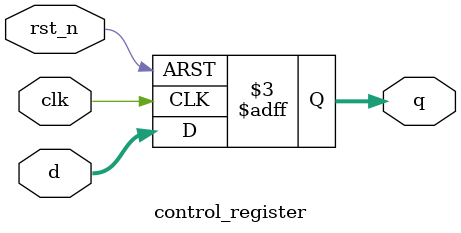
<source format=sv>
module control_register #( 
	parameter int unsigned NBIT = 64
	)(
	input 	logic 					clk,   
	input 	logic 					rst_n, 
	input	logic [NBIT-1:0]		d,
	output 	logic [NBIT-1:0]	    q
);

	always_ff @(posedge clk or negedge rst_n) begin : ctrl_reg
		if (~rst_n) begin
		q    <= '0;
		end else begin
		q    <= d;
		end
	end
endmodule : control_register
</source>
